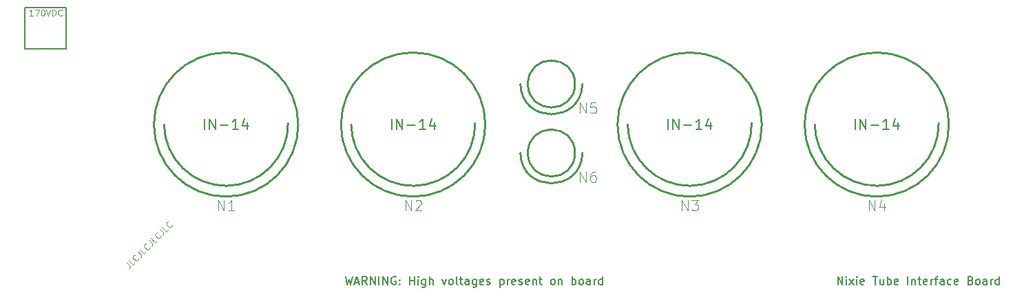
<source format=gbr>
%TF.GenerationSoftware,KiCad,Pcbnew,(6.0.2)*%
%TF.CreationDate,2023-05-21T11:07:31+01:00*%
%TF.ProjectId,Nixie Tube Interface Board,4e697869-6520-4547-9562-6520496e7465,rev?*%
%TF.SameCoordinates,Original*%
%TF.FileFunction,Legend,Top*%
%TF.FilePolarity,Positive*%
%FSLAX46Y46*%
G04 Gerber Fmt 4.6, Leading zero omitted, Abs format (unit mm)*
G04 Created by KiCad (PCBNEW (6.0.2)) date 2023-05-21 11:07:31*
%MOMM*%
%LPD*%
G01*
G04 APERTURE LIST*
%ADD10C,0.150000*%
%ADD11C,0.100000*%
%ADD12C,0.101600*%
%ADD13C,0.254000*%
G04 APERTURE END LIST*
D10*
X120667857Y-111212380D02*
X120905952Y-112212380D01*
X121096428Y-111498095D01*
X121286904Y-112212380D01*
X121525000Y-111212380D01*
X121858333Y-111926666D02*
X122334523Y-111926666D01*
X121763095Y-112212380D02*
X122096428Y-111212380D01*
X122429761Y-112212380D01*
X123334523Y-112212380D02*
X123001190Y-111736190D01*
X122763095Y-112212380D02*
X122763095Y-111212380D01*
X123144047Y-111212380D01*
X123239285Y-111260000D01*
X123286904Y-111307619D01*
X123334523Y-111402857D01*
X123334523Y-111545714D01*
X123286904Y-111640952D01*
X123239285Y-111688571D01*
X123144047Y-111736190D01*
X122763095Y-111736190D01*
X123763095Y-112212380D02*
X123763095Y-111212380D01*
X124334523Y-112212380D01*
X124334523Y-111212380D01*
X124810714Y-112212380D02*
X124810714Y-111212380D01*
X125286904Y-112212380D02*
X125286904Y-111212380D01*
X125858333Y-112212380D01*
X125858333Y-111212380D01*
X126858333Y-111260000D02*
X126763095Y-111212380D01*
X126620238Y-111212380D01*
X126477380Y-111260000D01*
X126382142Y-111355238D01*
X126334523Y-111450476D01*
X126286904Y-111640952D01*
X126286904Y-111783809D01*
X126334523Y-111974285D01*
X126382142Y-112069523D01*
X126477380Y-112164761D01*
X126620238Y-112212380D01*
X126715476Y-112212380D01*
X126858333Y-112164761D01*
X126905952Y-112117142D01*
X126905952Y-111783809D01*
X126715476Y-111783809D01*
X127334523Y-112117142D02*
X127382142Y-112164761D01*
X127334523Y-112212380D01*
X127286904Y-112164761D01*
X127334523Y-112117142D01*
X127334523Y-112212380D01*
X127334523Y-111593333D02*
X127382142Y-111640952D01*
X127334523Y-111688571D01*
X127286904Y-111640952D01*
X127334523Y-111593333D01*
X127334523Y-111688571D01*
X128572619Y-112212380D02*
X128572619Y-111212380D01*
X128572619Y-111688571D02*
X129144047Y-111688571D01*
X129144047Y-112212380D02*
X129144047Y-111212380D01*
X129620238Y-112212380D02*
X129620238Y-111545714D01*
X129620238Y-111212380D02*
X129572619Y-111260000D01*
X129620238Y-111307619D01*
X129667857Y-111260000D01*
X129620238Y-111212380D01*
X129620238Y-111307619D01*
X130525000Y-111545714D02*
X130525000Y-112355238D01*
X130477380Y-112450476D01*
X130429761Y-112498095D01*
X130334523Y-112545714D01*
X130191666Y-112545714D01*
X130096428Y-112498095D01*
X130525000Y-112164761D02*
X130429761Y-112212380D01*
X130239285Y-112212380D01*
X130144047Y-112164761D01*
X130096428Y-112117142D01*
X130048809Y-112021904D01*
X130048809Y-111736190D01*
X130096428Y-111640952D01*
X130144047Y-111593333D01*
X130239285Y-111545714D01*
X130429761Y-111545714D01*
X130525000Y-111593333D01*
X131001190Y-112212380D02*
X131001190Y-111212380D01*
X131429761Y-112212380D02*
X131429761Y-111688571D01*
X131382142Y-111593333D01*
X131286904Y-111545714D01*
X131144047Y-111545714D01*
X131048809Y-111593333D01*
X131001190Y-111640952D01*
X132572619Y-111545714D02*
X132810714Y-112212380D01*
X133048809Y-111545714D01*
X133572619Y-112212380D02*
X133477380Y-112164761D01*
X133429761Y-112117142D01*
X133382142Y-112021904D01*
X133382142Y-111736190D01*
X133429761Y-111640952D01*
X133477380Y-111593333D01*
X133572619Y-111545714D01*
X133715476Y-111545714D01*
X133810714Y-111593333D01*
X133858333Y-111640952D01*
X133905952Y-111736190D01*
X133905952Y-112021904D01*
X133858333Y-112117142D01*
X133810714Y-112164761D01*
X133715476Y-112212380D01*
X133572619Y-112212380D01*
X134477380Y-112212380D02*
X134382142Y-112164761D01*
X134334523Y-112069523D01*
X134334523Y-111212380D01*
X134715476Y-111545714D02*
X135096428Y-111545714D01*
X134858333Y-111212380D02*
X134858333Y-112069523D01*
X134905952Y-112164761D01*
X135001190Y-112212380D01*
X135096428Y-112212380D01*
X135858333Y-112212380D02*
X135858333Y-111688571D01*
X135810714Y-111593333D01*
X135715476Y-111545714D01*
X135525000Y-111545714D01*
X135429761Y-111593333D01*
X135858333Y-112164761D02*
X135763095Y-112212380D01*
X135525000Y-112212380D01*
X135429761Y-112164761D01*
X135382142Y-112069523D01*
X135382142Y-111974285D01*
X135429761Y-111879047D01*
X135525000Y-111831428D01*
X135763095Y-111831428D01*
X135858333Y-111783809D01*
X136763095Y-111545714D02*
X136763095Y-112355238D01*
X136715476Y-112450476D01*
X136667857Y-112498095D01*
X136572619Y-112545714D01*
X136429761Y-112545714D01*
X136334523Y-112498095D01*
X136763095Y-112164761D02*
X136667857Y-112212380D01*
X136477380Y-112212380D01*
X136382142Y-112164761D01*
X136334523Y-112117142D01*
X136286904Y-112021904D01*
X136286904Y-111736190D01*
X136334523Y-111640952D01*
X136382142Y-111593333D01*
X136477380Y-111545714D01*
X136667857Y-111545714D01*
X136763095Y-111593333D01*
X137620238Y-112164761D02*
X137525000Y-112212380D01*
X137334523Y-112212380D01*
X137239285Y-112164761D01*
X137191666Y-112069523D01*
X137191666Y-111688571D01*
X137239285Y-111593333D01*
X137334523Y-111545714D01*
X137525000Y-111545714D01*
X137620238Y-111593333D01*
X137667857Y-111688571D01*
X137667857Y-111783809D01*
X137191666Y-111879047D01*
X138048809Y-112164761D02*
X138144047Y-112212380D01*
X138334523Y-112212380D01*
X138429761Y-112164761D01*
X138477380Y-112069523D01*
X138477380Y-112021904D01*
X138429761Y-111926666D01*
X138334523Y-111879047D01*
X138191666Y-111879047D01*
X138096428Y-111831428D01*
X138048809Y-111736190D01*
X138048809Y-111688571D01*
X138096428Y-111593333D01*
X138191666Y-111545714D01*
X138334523Y-111545714D01*
X138429761Y-111593333D01*
X139667857Y-111545714D02*
X139667857Y-112545714D01*
X139667857Y-111593333D02*
X139763095Y-111545714D01*
X139953571Y-111545714D01*
X140048809Y-111593333D01*
X140096428Y-111640952D01*
X140144047Y-111736190D01*
X140144047Y-112021904D01*
X140096428Y-112117142D01*
X140048809Y-112164761D01*
X139953571Y-112212380D01*
X139763095Y-112212380D01*
X139667857Y-112164761D01*
X140572619Y-112212380D02*
X140572619Y-111545714D01*
X140572619Y-111736190D02*
X140620238Y-111640952D01*
X140667857Y-111593333D01*
X140763095Y-111545714D01*
X140858333Y-111545714D01*
X141572619Y-112164761D02*
X141477380Y-112212380D01*
X141286904Y-112212380D01*
X141191666Y-112164761D01*
X141144047Y-112069523D01*
X141144047Y-111688571D01*
X141191666Y-111593333D01*
X141286904Y-111545714D01*
X141477380Y-111545714D01*
X141572619Y-111593333D01*
X141620238Y-111688571D01*
X141620238Y-111783809D01*
X141144047Y-111879047D01*
X142001190Y-112164761D02*
X142096428Y-112212380D01*
X142286904Y-112212380D01*
X142382142Y-112164761D01*
X142429761Y-112069523D01*
X142429761Y-112021904D01*
X142382142Y-111926666D01*
X142286904Y-111879047D01*
X142144047Y-111879047D01*
X142048809Y-111831428D01*
X142001190Y-111736190D01*
X142001190Y-111688571D01*
X142048809Y-111593333D01*
X142144047Y-111545714D01*
X142286904Y-111545714D01*
X142382142Y-111593333D01*
X143239285Y-112164761D02*
X143144047Y-112212380D01*
X142953571Y-112212380D01*
X142858333Y-112164761D01*
X142810714Y-112069523D01*
X142810714Y-111688571D01*
X142858333Y-111593333D01*
X142953571Y-111545714D01*
X143144047Y-111545714D01*
X143239285Y-111593333D01*
X143286904Y-111688571D01*
X143286904Y-111783809D01*
X142810714Y-111879047D01*
X143715476Y-111545714D02*
X143715476Y-112212380D01*
X143715476Y-111640952D02*
X143763095Y-111593333D01*
X143858333Y-111545714D01*
X144001190Y-111545714D01*
X144096428Y-111593333D01*
X144144047Y-111688571D01*
X144144047Y-112212380D01*
X144477380Y-111545714D02*
X144858333Y-111545714D01*
X144620238Y-111212380D02*
X144620238Y-112069523D01*
X144667857Y-112164761D01*
X144763095Y-112212380D01*
X144858333Y-112212380D01*
X146096428Y-112212380D02*
X146001190Y-112164761D01*
X145953571Y-112117142D01*
X145905952Y-112021904D01*
X145905952Y-111736190D01*
X145953571Y-111640952D01*
X146001190Y-111593333D01*
X146096428Y-111545714D01*
X146239285Y-111545714D01*
X146334523Y-111593333D01*
X146382142Y-111640952D01*
X146429761Y-111736190D01*
X146429761Y-112021904D01*
X146382142Y-112117142D01*
X146334523Y-112164761D01*
X146239285Y-112212380D01*
X146096428Y-112212380D01*
X146858333Y-111545714D02*
X146858333Y-112212380D01*
X146858333Y-111640952D02*
X146905952Y-111593333D01*
X147001190Y-111545714D01*
X147144047Y-111545714D01*
X147239285Y-111593333D01*
X147286904Y-111688571D01*
X147286904Y-112212380D01*
X148525000Y-112212380D02*
X148525000Y-111212380D01*
X148525000Y-111593333D02*
X148620238Y-111545714D01*
X148810714Y-111545714D01*
X148905952Y-111593333D01*
X148953571Y-111640952D01*
X149001190Y-111736190D01*
X149001190Y-112021904D01*
X148953571Y-112117142D01*
X148905952Y-112164761D01*
X148810714Y-112212380D01*
X148620238Y-112212380D01*
X148525000Y-112164761D01*
X149572619Y-112212380D02*
X149477380Y-112164761D01*
X149429761Y-112117142D01*
X149382142Y-112021904D01*
X149382142Y-111736190D01*
X149429761Y-111640952D01*
X149477380Y-111593333D01*
X149572619Y-111545714D01*
X149715476Y-111545714D01*
X149810714Y-111593333D01*
X149858333Y-111640952D01*
X149905952Y-111736190D01*
X149905952Y-112021904D01*
X149858333Y-112117142D01*
X149810714Y-112164761D01*
X149715476Y-112212380D01*
X149572619Y-112212380D01*
X150763095Y-112212380D02*
X150763095Y-111688571D01*
X150715476Y-111593333D01*
X150620238Y-111545714D01*
X150429761Y-111545714D01*
X150334523Y-111593333D01*
X150763095Y-112164761D02*
X150667857Y-112212380D01*
X150429761Y-112212380D01*
X150334523Y-112164761D01*
X150286904Y-112069523D01*
X150286904Y-111974285D01*
X150334523Y-111879047D01*
X150429761Y-111831428D01*
X150667857Y-111831428D01*
X150763095Y-111783809D01*
X151239285Y-112212380D02*
X151239285Y-111545714D01*
X151239285Y-111736190D02*
X151286904Y-111640952D01*
X151334523Y-111593333D01*
X151429761Y-111545714D01*
X151525000Y-111545714D01*
X152286904Y-112212380D02*
X152286904Y-111212380D01*
X152286904Y-112164761D02*
X152191666Y-112212380D01*
X152001190Y-112212380D01*
X151905952Y-112164761D01*
X151858333Y-112117142D01*
X151810714Y-112021904D01*
X151810714Y-111736190D01*
X151858333Y-111640952D01*
X151905952Y-111593333D01*
X152001190Y-111545714D01*
X152191666Y-111545714D01*
X152286904Y-111593333D01*
X81280000Y-78105000D02*
X86360000Y-78105000D01*
X86360000Y-78105000D02*
X86360000Y-83185000D01*
X86360000Y-83185000D02*
X81280000Y-83185000D01*
X81280000Y-83185000D02*
X81280000Y-78105000D01*
D11*
X82248571Y-79079285D02*
X81820000Y-79079285D01*
X82034285Y-79079285D02*
X82034285Y-78329285D01*
X81962857Y-78436428D01*
X81891428Y-78507857D01*
X81820000Y-78543571D01*
X82498571Y-78329285D02*
X82998571Y-78329285D01*
X82677142Y-79079285D01*
X83427142Y-78329285D02*
X83498571Y-78329285D01*
X83570000Y-78365000D01*
X83605714Y-78400714D01*
X83641428Y-78472142D01*
X83677142Y-78615000D01*
X83677142Y-78793571D01*
X83641428Y-78936428D01*
X83605714Y-79007857D01*
X83570000Y-79043571D01*
X83498571Y-79079285D01*
X83427142Y-79079285D01*
X83355714Y-79043571D01*
X83320000Y-79007857D01*
X83284285Y-78936428D01*
X83248571Y-78793571D01*
X83248571Y-78615000D01*
X83284285Y-78472142D01*
X83320000Y-78400714D01*
X83355714Y-78365000D01*
X83427142Y-78329285D01*
X83891428Y-78329285D02*
X84141428Y-79079285D01*
X84391428Y-78329285D01*
X84641428Y-79079285D02*
X84641428Y-78329285D01*
X84820000Y-78329285D01*
X84927142Y-78365000D01*
X84998571Y-78436428D01*
X85034285Y-78507857D01*
X85070000Y-78650714D01*
X85070000Y-78757857D01*
X85034285Y-78900714D01*
X84998571Y-78972142D01*
X84927142Y-79043571D01*
X84820000Y-79079285D01*
X84641428Y-79079285D01*
X85820000Y-79007857D02*
X85784285Y-79043571D01*
X85677142Y-79079285D01*
X85605714Y-79079285D01*
X85498571Y-79043571D01*
X85427142Y-78972142D01*
X85391428Y-78900714D01*
X85355714Y-78757857D01*
X85355714Y-78650714D01*
X85391428Y-78507857D01*
X85427142Y-78436428D01*
X85498571Y-78365000D01*
X85605714Y-78329285D01*
X85677142Y-78329285D01*
X85784285Y-78365000D01*
X85820000Y-78400714D01*
X93779961Y-109474201D02*
X94158768Y-109853008D01*
X94209276Y-109954023D01*
X94209276Y-110055038D01*
X94158768Y-110156054D01*
X94108260Y-110206561D01*
X94815367Y-109499454D02*
X94562829Y-109751993D01*
X94032499Y-109221662D01*
X95244682Y-108969124D02*
X95244682Y-109019632D01*
X95194174Y-109120647D01*
X95143667Y-109171155D01*
X95042651Y-109221662D01*
X94941636Y-109221662D01*
X94865875Y-109196409D01*
X94739606Y-109120647D01*
X94663844Y-109044886D01*
X94588083Y-108918617D01*
X94562829Y-108842855D01*
X94562829Y-108741840D01*
X94613337Y-108640825D01*
X94663844Y-108590317D01*
X94764859Y-108539809D01*
X94815367Y-108539809D01*
X95143667Y-108110495D02*
X95522474Y-108489302D01*
X95572981Y-108590317D01*
X95572981Y-108691332D01*
X95522474Y-108792348D01*
X95471966Y-108842855D01*
X96179073Y-108135748D02*
X95926535Y-108388287D01*
X95396205Y-107857956D01*
X96608388Y-107605418D02*
X96608388Y-107655926D01*
X96557880Y-107756941D01*
X96507373Y-107807449D01*
X96406357Y-107857956D01*
X96305342Y-107857956D01*
X96229581Y-107832703D01*
X96103312Y-107756941D01*
X96027550Y-107681180D01*
X95951789Y-107554911D01*
X95926535Y-107479149D01*
X95926535Y-107378134D01*
X95977043Y-107277119D01*
X96027550Y-107226611D01*
X96128565Y-107176104D01*
X96179073Y-107176104D01*
X96507373Y-106746789D02*
X96886180Y-107125596D01*
X96936687Y-107226611D01*
X96936687Y-107327626D01*
X96886180Y-107428642D01*
X96835672Y-107479149D01*
X97542779Y-106772043D02*
X97290241Y-107024581D01*
X96759911Y-106494251D01*
X97972094Y-106241712D02*
X97972094Y-106292220D01*
X97921586Y-106393235D01*
X97871079Y-106443743D01*
X97770063Y-106494251D01*
X97669048Y-106494251D01*
X97593287Y-106468997D01*
X97467018Y-106393235D01*
X97391256Y-106317474D01*
X97315495Y-106191205D01*
X97290241Y-106115443D01*
X97290241Y-106014428D01*
X97340748Y-105913413D01*
X97391256Y-105862905D01*
X97492271Y-105812398D01*
X97542779Y-105812398D01*
X97871079Y-105383083D02*
X98249886Y-105761890D01*
X98300393Y-105862905D01*
X98300393Y-105963920D01*
X98249886Y-106064936D01*
X98199378Y-106115443D01*
X98906485Y-105408337D02*
X98653947Y-105660875D01*
X98123617Y-105130545D01*
X99335800Y-104878006D02*
X99335800Y-104928514D01*
X99285292Y-105029529D01*
X99234784Y-105080037D01*
X99133769Y-105130545D01*
X99032754Y-105130545D01*
X98956993Y-105105291D01*
X98830723Y-105029529D01*
X98754962Y-104953768D01*
X98679201Y-104827499D01*
X98653947Y-104751737D01*
X98653947Y-104650722D01*
X98704454Y-104549707D01*
X98754962Y-104499199D01*
X98855977Y-104448692D01*
X98906485Y-104448692D01*
D10*
X181206428Y-112212380D02*
X181206428Y-111212380D01*
X181777857Y-112212380D01*
X181777857Y-111212380D01*
X182254047Y-112212380D02*
X182254047Y-111545714D01*
X182254047Y-111212380D02*
X182206428Y-111260000D01*
X182254047Y-111307619D01*
X182301666Y-111260000D01*
X182254047Y-111212380D01*
X182254047Y-111307619D01*
X182635000Y-112212380D02*
X183158809Y-111545714D01*
X182635000Y-111545714D02*
X183158809Y-112212380D01*
X183539761Y-112212380D02*
X183539761Y-111545714D01*
X183539761Y-111212380D02*
X183492142Y-111260000D01*
X183539761Y-111307619D01*
X183587380Y-111260000D01*
X183539761Y-111212380D01*
X183539761Y-111307619D01*
X184396904Y-112164761D02*
X184301666Y-112212380D01*
X184111190Y-112212380D01*
X184015952Y-112164761D01*
X183968333Y-112069523D01*
X183968333Y-111688571D01*
X184015952Y-111593333D01*
X184111190Y-111545714D01*
X184301666Y-111545714D01*
X184396904Y-111593333D01*
X184444523Y-111688571D01*
X184444523Y-111783809D01*
X183968333Y-111879047D01*
X185492142Y-111212380D02*
X186063571Y-111212380D01*
X185777857Y-112212380D02*
X185777857Y-111212380D01*
X186825476Y-111545714D02*
X186825476Y-112212380D01*
X186396904Y-111545714D02*
X186396904Y-112069523D01*
X186444523Y-112164761D01*
X186539761Y-112212380D01*
X186682619Y-112212380D01*
X186777857Y-112164761D01*
X186825476Y-112117142D01*
X187301666Y-112212380D02*
X187301666Y-111212380D01*
X187301666Y-111593333D02*
X187396904Y-111545714D01*
X187587380Y-111545714D01*
X187682619Y-111593333D01*
X187730238Y-111640952D01*
X187777857Y-111736190D01*
X187777857Y-112021904D01*
X187730238Y-112117142D01*
X187682619Y-112164761D01*
X187587380Y-112212380D01*
X187396904Y-112212380D01*
X187301666Y-112164761D01*
X188587380Y-112164761D02*
X188492142Y-112212380D01*
X188301666Y-112212380D01*
X188206428Y-112164761D01*
X188158809Y-112069523D01*
X188158809Y-111688571D01*
X188206428Y-111593333D01*
X188301666Y-111545714D01*
X188492142Y-111545714D01*
X188587380Y-111593333D01*
X188635000Y-111688571D01*
X188635000Y-111783809D01*
X188158809Y-111879047D01*
X189825476Y-112212380D02*
X189825476Y-111212380D01*
X190301666Y-111545714D02*
X190301666Y-112212380D01*
X190301666Y-111640952D02*
X190349285Y-111593333D01*
X190444523Y-111545714D01*
X190587380Y-111545714D01*
X190682619Y-111593333D01*
X190730238Y-111688571D01*
X190730238Y-112212380D01*
X191063571Y-111545714D02*
X191444523Y-111545714D01*
X191206428Y-111212380D02*
X191206428Y-112069523D01*
X191254047Y-112164761D01*
X191349285Y-112212380D01*
X191444523Y-112212380D01*
X192158809Y-112164761D02*
X192063571Y-112212380D01*
X191873095Y-112212380D01*
X191777857Y-112164761D01*
X191730238Y-112069523D01*
X191730238Y-111688571D01*
X191777857Y-111593333D01*
X191873095Y-111545714D01*
X192063571Y-111545714D01*
X192158809Y-111593333D01*
X192206428Y-111688571D01*
X192206428Y-111783809D01*
X191730238Y-111879047D01*
X192635000Y-112212380D02*
X192635000Y-111545714D01*
X192635000Y-111736190D02*
X192682619Y-111640952D01*
X192730238Y-111593333D01*
X192825476Y-111545714D01*
X192920714Y-111545714D01*
X193111190Y-111545714D02*
X193492142Y-111545714D01*
X193254047Y-112212380D02*
X193254047Y-111355238D01*
X193301666Y-111260000D01*
X193396904Y-111212380D01*
X193492142Y-111212380D01*
X194254047Y-112212380D02*
X194254047Y-111688571D01*
X194206428Y-111593333D01*
X194111190Y-111545714D01*
X193920714Y-111545714D01*
X193825476Y-111593333D01*
X194254047Y-112164761D02*
X194158809Y-112212380D01*
X193920714Y-112212380D01*
X193825476Y-112164761D01*
X193777857Y-112069523D01*
X193777857Y-111974285D01*
X193825476Y-111879047D01*
X193920714Y-111831428D01*
X194158809Y-111831428D01*
X194254047Y-111783809D01*
X195158809Y-112164761D02*
X195063571Y-112212380D01*
X194873095Y-112212380D01*
X194777857Y-112164761D01*
X194730238Y-112117142D01*
X194682619Y-112021904D01*
X194682619Y-111736190D01*
X194730238Y-111640952D01*
X194777857Y-111593333D01*
X194873095Y-111545714D01*
X195063571Y-111545714D01*
X195158809Y-111593333D01*
X195968333Y-112164761D02*
X195873095Y-112212380D01*
X195682619Y-112212380D01*
X195587380Y-112164761D01*
X195539761Y-112069523D01*
X195539761Y-111688571D01*
X195587380Y-111593333D01*
X195682619Y-111545714D01*
X195873095Y-111545714D01*
X195968333Y-111593333D01*
X196015952Y-111688571D01*
X196015952Y-111783809D01*
X195539761Y-111879047D01*
X197539761Y-111688571D02*
X197682619Y-111736190D01*
X197730238Y-111783809D01*
X197777857Y-111879047D01*
X197777857Y-112021904D01*
X197730238Y-112117142D01*
X197682619Y-112164761D01*
X197587380Y-112212380D01*
X197206428Y-112212380D01*
X197206428Y-111212380D01*
X197539761Y-111212380D01*
X197635000Y-111260000D01*
X197682619Y-111307619D01*
X197730238Y-111402857D01*
X197730238Y-111498095D01*
X197682619Y-111593333D01*
X197635000Y-111640952D01*
X197539761Y-111688571D01*
X197206428Y-111688571D01*
X198349285Y-112212380D02*
X198254047Y-112164761D01*
X198206428Y-112117142D01*
X198158809Y-112021904D01*
X198158809Y-111736190D01*
X198206428Y-111640952D01*
X198254047Y-111593333D01*
X198349285Y-111545714D01*
X198492142Y-111545714D01*
X198587380Y-111593333D01*
X198635000Y-111640952D01*
X198682619Y-111736190D01*
X198682619Y-112021904D01*
X198635000Y-112117142D01*
X198587380Y-112164761D01*
X198492142Y-112212380D01*
X198349285Y-112212380D01*
X199539761Y-112212380D02*
X199539761Y-111688571D01*
X199492142Y-111593333D01*
X199396904Y-111545714D01*
X199206428Y-111545714D01*
X199111190Y-111593333D01*
X199539761Y-112164761D02*
X199444523Y-112212380D01*
X199206428Y-112212380D01*
X199111190Y-112164761D01*
X199063571Y-112069523D01*
X199063571Y-111974285D01*
X199111190Y-111879047D01*
X199206428Y-111831428D01*
X199444523Y-111831428D01*
X199539761Y-111783809D01*
X200015952Y-112212380D02*
X200015952Y-111545714D01*
X200015952Y-111736190D02*
X200063571Y-111640952D01*
X200111190Y-111593333D01*
X200206428Y-111545714D01*
X200301666Y-111545714D01*
X201063571Y-112212380D02*
X201063571Y-111212380D01*
X201063571Y-112164761D02*
X200968333Y-112212380D01*
X200777857Y-112212380D01*
X200682619Y-112164761D01*
X200635000Y-112117142D01*
X200587380Y-112021904D01*
X200587380Y-111736190D01*
X200635000Y-111640952D01*
X200682619Y-111593333D01*
X200777857Y-111545714D01*
X200968333Y-111545714D01*
X201063571Y-111593333D01*
D12*
%TO.C,N1*%
X105032380Y-103074523D02*
X105032380Y-101804523D01*
X105758095Y-103074523D01*
X105758095Y-101804523D01*
X107028095Y-103074523D02*
X106302380Y-103074523D01*
X106665238Y-103074523D02*
X106665238Y-101804523D01*
X106544285Y-101985952D01*
X106423333Y-102106904D01*
X106302380Y-102167380D01*
D10*
X103339047Y-93074523D02*
X103339047Y-91804523D01*
X103943809Y-93074523D02*
X103943809Y-91804523D01*
X104669523Y-93074523D01*
X104669523Y-91804523D01*
X105274285Y-92590714D02*
X106241904Y-92590714D01*
X107511904Y-93074523D02*
X106786190Y-93074523D01*
X107149047Y-93074523D02*
X107149047Y-91804523D01*
X107028095Y-91985952D01*
X106907142Y-92106904D01*
X106786190Y-92167380D01*
X108600476Y-92227857D02*
X108600476Y-93074523D01*
X108298095Y-91744047D02*
X107995714Y-92651190D01*
X108781904Y-92651190D01*
D12*
%TO.C,N3*%
X162032380Y-103074523D02*
X162032380Y-101804523D01*
X162758095Y-103074523D01*
X162758095Y-101804523D01*
X163241904Y-101804523D02*
X164028095Y-101804523D01*
X163604761Y-102288333D01*
X163786190Y-102288333D01*
X163907142Y-102348809D01*
X163967619Y-102409285D01*
X164028095Y-102530238D01*
X164028095Y-102832619D01*
X163967619Y-102953571D01*
X163907142Y-103014047D01*
X163786190Y-103074523D01*
X163423333Y-103074523D01*
X163302380Y-103014047D01*
X163241904Y-102953571D01*
D10*
X160339047Y-93074523D02*
X160339047Y-91804523D01*
X160943809Y-93074523D02*
X160943809Y-91804523D01*
X161669523Y-93074523D01*
X161669523Y-91804523D01*
X162274285Y-92590714D02*
X163241904Y-92590714D01*
X164511904Y-93074523D02*
X163786190Y-93074523D01*
X164149047Y-93074523D02*
X164149047Y-91804523D01*
X164028095Y-91985952D01*
X163907142Y-92106904D01*
X163786190Y-92167380D01*
X165600476Y-92227857D02*
X165600476Y-93074523D01*
X165298095Y-91744047D02*
X164995714Y-92651190D01*
X165781904Y-92651190D01*
D12*
%TO.C,N4*%
X185032380Y-103074523D02*
X185032380Y-101804523D01*
X185758095Y-103074523D01*
X185758095Y-101804523D01*
X186907142Y-102227857D02*
X186907142Y-103074523D01*
X186604761Y-101744047D02*
X186302380Y-102651190D01*
X187088571Y-102651190D01*
D10*
X183339047Y-93074523D02*
X183339047Y-91804523D01*
X183943809Y-93074523D02*
X183943809Y-91804523D01*
X184669523Y-93074523D01*
X184669523Y-91804523D01*
X185274285Y-92590714D02*
X186241904Y-92590714D01*
X187511904Y-93074523D02*
X186786190Y-93074523D01*
X187149047Y-93074523D02*
X187149047Y-91804523D01*
X187028095Y-91985952D01*
X186907142Y-92106904D01*
X186786190Y-92167380D01*
X188600476Y-92227857D02*
X188600476Y-93074523D01*
X188298095Y-91744047D02*
X187995714Y-92651190D01*
X188781904Y-92651190D01*
D12*
%TO.C,N6*%
X149532380Y-99574523D02*
X149532380Y-98304523D01*
X150258095Y-99574523D01*
X150258095Y-98304523D01*
X151407142Y-98304523D02*
X151165238Y-98304523D01*
X151044285Y-98365000D01*
X150983809Y-98425476D01*
X150862857Y-98606904D01*
X150802380Y-98848809D01*
X150802380Y-99332619D01*
X150862857Y-99453571D01*
X150923333Y-99514047D01*
X151044285Y-99574523D01*
X151286190Y-99574523D01*
X151407142Y-99514047D01*
X151467619Y-99453571D01*
X151528095Y-99332619D01*
X151528095Y-99030238D01*
X151467619Y-98909285D01*
X151407142Y-98848809D01*
X151286190Y-98788333D01*
X151044285Y-98788333D01*
X150923333Y-98848809D01*
X150862857Y-98909285D01*
X150802380Y-99030238D01*
%TO.C,N2*%
X128032380Y-103074523D02*
X128032380Y-101804523D01*
X128758095Y-103074523D01*
X128758095Y-101804523D01*
X129302380Y-101925476D02*
X129362857Y-101865000D01*
X129483809Y-101804523D01*
X129786190Y-101804523D01*
X129907142Y-101865000D01*
X129967619Y-101925476D01*
X130028095Y-102046428D01*
X130028095Y-102167380D01*
X129967619Y-102348809D01*
X129241904Y-103074523D01*
X130028095Y-103074523D01*
D10*
X126339047Y-93074523D02*
X126339047Y-91804523D01*
X126943809Y-93074523D02*
X126943809Y-91804523D01*
X127669523Y-93074523D01*
X127669523Y-91804523D01*
X128274285Y-92590714D02*
X129241904Y-92590714D01*
X130511904Y-93074523D02*
X129786190Y-93074523D01*
X130149047Y-93074523D02*
X130149047Y-91804523D01*
X130028095Y-91985952D01*
X129907142Y-92106904D01*
X129786190Y-92167380D01*
X131600476Y-92227857D02*
X131600476Y-93074523D01*
X131298095Y-91744047D02*
X130995714Y-92651190D01*
X131781904Y-92651190D01*
D12*
%TO.C,N5*%
X149532380Y-91074523D02*
X149532380Y-89804523D01*
X150258095Y-91074523D01*
X150258095Y-89804523D01*
X151467619Y-89804523D02*
X150862857Y-89804523D01*
X150802380Y-90409285D01*
X150862857Y-90348809D01*
X150983809Y-90288333D01*
X151286190Y-90288333D01*
X151407142Y-90348809D01*
X151467619Y-90409285D01*
X151528095Y-90530238D01*
X151528095Y-90832619D01*
X151467619Y-90953571D01*
X151407142Y-91014047D01*
X151286190Y-91074523D01*
X150983809Y-91074523D01*
X150862857Y-91014047D01*
X150802380Y-90953571D01*
D13*
%TO.C,N1*%
X98380000Y-92500000D02*
G75*
G03*
X113620000Y-92342520I7620000J78740D01*
G01*
X114872220Y-92500000D02*
G75*
G03*
X114872220Y-92500000I-8872220J0D01*
G01*
%TO.C,N3*%
X155380000Y-92500000D02*
G75*
G03*
X170620000Y-92342520I7620000J78740D01*
G01*
X171872220Y-92500000D02*
G75*
G03*
X171872220Y-92500000I-8872220J0D01*
G01*
%TO.C,N4*%
X178380000Y-92500000D02*
G75*
G03*
X193620000Y-92342520I7620000J78740D01*
G01*
X194872220Y-92500000D02*
G75*
G03*
X194872220Y-92500000I-8872220J0D01*
G01*
%TO.C,N6*%
X142190044Y-96002135D02*
G75*
G03*
X149810000Y-96000000I3809956J80875D01*
G01*
X148895600Y-96000000D02*
G75*
G03*
X148895600Y-96000000I-2895600J0D01*
G01*
%TO.C,N2*%
X121380000Y-92500000D02*
G75*
G03*
X136620000Y-92342520I7620000J78740D01*
G01*
X137872220Y-92500000D02*
G75*
G03*
X137872220Y-92500000I-8872220J0D01*
G01*
%TO.C,N5*%
X142190044Y-87502135D02*
G75*
G03*
X149810000Y-87500000I3809956J80875D01*
G01*
X148895600Y-87500000D02*
G75*
G03*
X148895600Y-87500000I-2895600J0D01*
G01*
%TD*%
M02*

</source>
